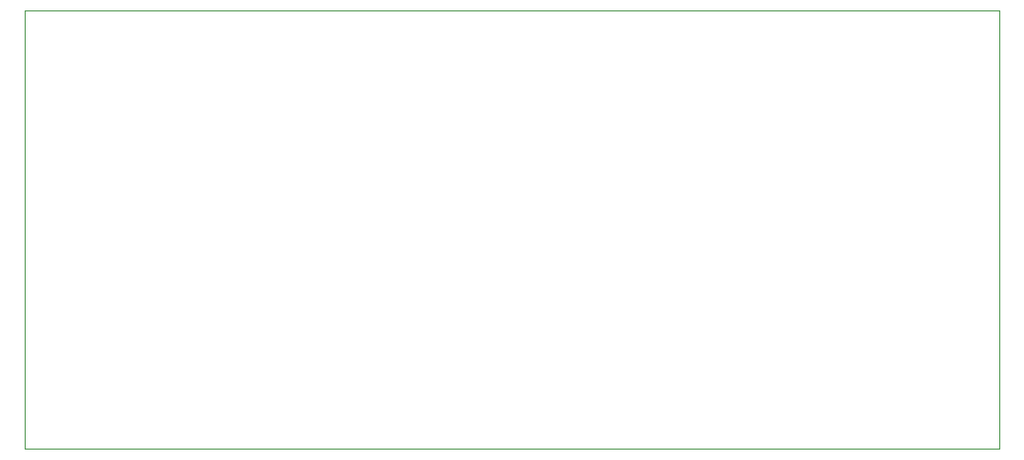
<source format=gm1>
%TF.GenerationSoftware,KiCad,Pcbnew,8.0.7*%
%TF.CreationDate,2025-06-28T19:36:39+10:00*%
%TF.ProjectId,fidget,66696467-6574-42e6-9b69-6361645f7063,rev?*%
%TF.SameCoordinates,Original*%
%TF.FileFunction,Profile,NP*%
%FSLAX46Y46*%
G04 Gerber Fmt 4.6, Leading zero omitted, Abs format (unit mm)*
G04 Created by KiCad (PCBNEW 8.0.7) date 2025-06-28 19:36:39*
%MOMM*%
%LPD*%
G01*
G04 APERTURE LIST*
%TA.AperFunction,Profile*%
%ADD10C,0.050000*%
%TD*%
G04 APERTURE END LIST*
D10*
X85600000Y-70800000D02*
X172500000Y-70800000D01*
X172500000Y-109900000D01*
X85600000Y-109900000D01*
X85600000Y-70800000D01*
M02*

</source>
